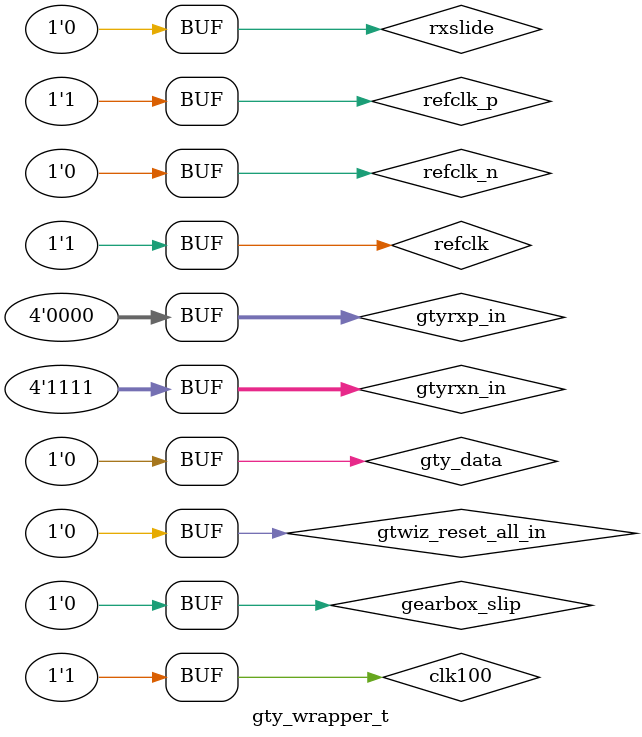
<source format=v>
`timescale 1ns / 1ps


module gty_wrapper_t;
reg refclk;
wire refclk_p = refclk;
wire refclk_n = !refclk;
reg clk100;
reg gtwiz_reset_all_in;
reg gty_data;
wire [3:0] gtyrxp_in = {gty_data, gty_data, gty_data, gty_data};
wire [3:0] gtyrxn_in = {!gty_data, !gty_data, !gty_data, !gty_data};
reg gearbox_slip;
reg rxslide;

 gty_wrapper_0 UUT(
    .refclk_p(refclk_p),
    .refclk_n(refclk_n),
    .clk100(clk100),
    .gtwiz_reset_all_in(gtwiz_reset_all_in),
    .chan_sel(2'b00),
    .gtyrxp_in(gtyrxp_in),
    .gtyrxn_in(gtyrxn_in),
    .rx_polarity(1'b0),
    .gearbox_slip(gearbox_slip),
    .rxslide(rxslide),
    .gtyrx_dout0(),
    .gtyrx_dout1(),
    .gtyrx_dout2(),
    .gtyrx_dout3(),
    .rxprbserr(),
    .rxprbslocked(),
    .rx_dav(),
    .gt_powergood(), 
    .rx_pmareset_done(),
    .gtwiz_reset_rx_done(),
    .gtwiz_reset_rx_cdr_stable_out(),
    .gtwiz_userclk_rx_active_out(),
    .clkout()
        );
   always begin
      refclk = 1'b0;
      #1.0 refclk = 1'b1;
      #1.0;
   end
   always begin
      clk100 = 1'b0;
      #5.0 clk100 = 1'b1;
      #5.0;
   end
initial begin
    gtwiz_reset_all_in = 0;
    gty_data = 0;
    gearbox_slip = 0;
    rxslide = 0;
    #100;
    gtwiz_reset_all_in = 1;
    #100;
    gtwiz_reset_all_in = 0;
end

endmodule

</source>
